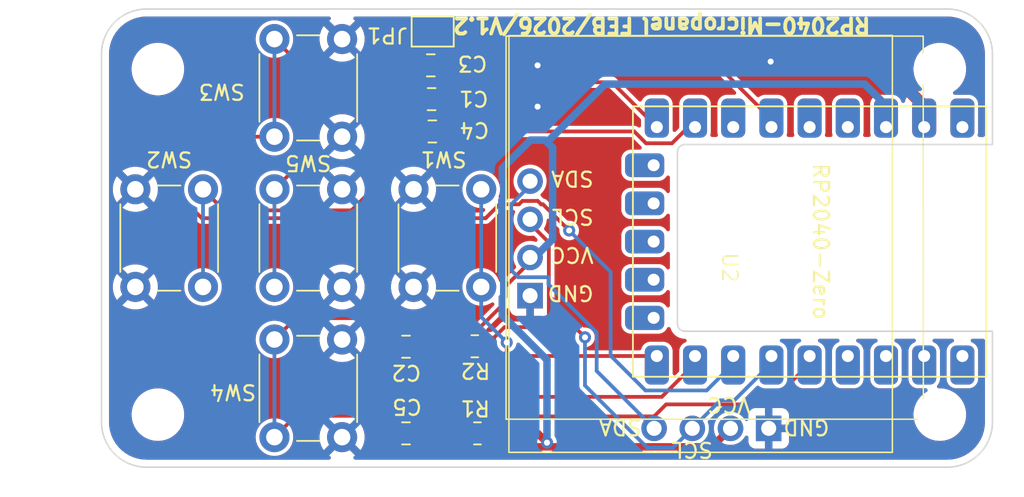
<source format=kicad_pcb>
(kicad_pcb (version 20241229) (generator "pcbnew") (generator_version "9.0")
  (title_block (date "15 nov 2012"))
  (layers (0 "F.Cu" signal "Front") (2 "B.Cu" signal "Back") (13 "F.Paste" user) (15 "B.Paste" user) (5 "F.SilkS" user "F.Silkscreen") (7 "B.SilkS" user "B.Silkscreen") (1 "F.Mask" user) (3 "B.Mask" user) (25 "Edge.Cuts" user))
  (net 0 "")
  (net 1 "GND")
  (net 2 "/GPIO6")
  (net 3 "+5V")
  (net 4 "+3V3")
  (net 5 "/GPIO14")
  (net 7 "/GPIO7")
  (net 8 "/GPIO15")
  (net 10 "/GPIO8")
  (net 13 "/GPIO4{slash}SDA1")
  (net 14 "Net-(JP1-A)")
  (net 16 "/GPIO5{slash}SCL1")
  (footprint "MountingHole:MountingHole_2.7mm_M2.5" (layer "F.Cu") (at 161.5 73.5)
    (property "Reference" "MH2" (hide yes))
    (property "Value" "MountingHole_2.7mm_M2.5" (hide yes))
    (pad "" np_thru_hole circle (at 0 0) (size 3 3) (drill 3) (layers "*.Cu" "*.Mask"))
  )
  (footprint "adav-footprints:ssd1306-module" (layer "F.Cu") (at 146.1541 84.554644 90)
    (property "Reference" "U1" (at 11.251518 15.741659 90) (layer "F.SilkS") (effects (font (thickness 0.1))))
    (property "Value" "SSD1306")
    (fp_line (start 13.25 -13.5) (end 13.25 14.239681) (stroke (width 0.1)) (layer "F.SilkS"))
    (fp_line (start -12.25 -13.5) (end 13.25 -13.5) (stroke (width 0.1)) (layer "F.SilkS"))
    (fp_line (start 13.25003 14.239864) (end -12.25 14.25) (stroke (width 0.1)) (layer "F.SilkS"))
    (fp_line (start -12.25 14.25) (end -12.25 -13.5) (stroke (width 0.1)) (layer "F.SilkS"))
    (fp_text user "SCL" (at 1.816644 -7.586104 180) (layer "F.SilkS") (effects (justify left bottom)))
    (fp_text user "VCC" (at -0.723356 -7.586104 180) (layer "F.SilkS") (effects (justify left bottom)))
    (fp_text user "SDA" (at 4.356644 -7.586104 180) (layer "F.SilkS") (effects (justify left bottom)))
    (fp_text user "GND" (at -3.263356 -7.586104 180) (layer "F.SilkS") (effects (justify left bottom)))
    (pad "1" thru_hole rect (at -4.025356 -11.904104 90) (size 1.7 1.7) (drill 1) (layers "*.Cu" "*.Mask") (net 1 "GND"))
    (pad "2" thru_hole circle (at -1.485356 -11.904104 90) (size 1.7 1.7) (drill 1) (layers "*.Cu" "*.Mask") (net 4 "+3V3"))
    (pad "3" thru_hole circle (at 1.054644 -11.904104 90) (size 1.7 1.7) (drill 1) (layers "*.Cu" "*.Mask") (net 16 "/GPIO5{slash}SCL1"))
    (pad "4" thru_hole circle (at 3.594644 -11.904104 90) (size 1.7 1.7) (drill 1) (layers "*.Cu" "*.Mask") (net 13 "/GPIO4{slash}SDA1"))
  )
  (footprint "Ezra_Parts:R_0805_2012Metric" (layer "F.Cu") (at 130.575 91.95 180)
    (property "Reference" "R2" (at -0.05 -1.625 180) (layer "F.SilkS"))
    (property "Value" "4.7K/1%" (hide yes))
    (fp_line (start -0.227064 0.735) (end 0.227064 0.735) (stroke (width 0.12)) (layer "F.SilkS"))
    (fp_line (start -0.227064 -0.735) (end 0.227064 -0.735) (stroke (width 0.12)) (layer "F.SilkS"))
    (pad "1" smd roundrect (at -0.9125 0 180) (size 1.025 1.4) (layers "F.Cu" "F.Mask" "F.Paste") (roundrect_rratio 0.243902) (net 16 "/GPIO5{slash}SCL1"))
    (pad "2" smd roundrect (at 0.9125 0 180) (size 1.025 1.4) (layers "F.Cu" "F.Mask" "F.Paste") (roundrect_rratio 0.243902) (net 4 "+3V3"))
  )
  (footprint "Jumper:SolderJumper-2_P1.3mm_Open_TrianglePad1.0x1.5mm" (layer "F.Cu") (at 127.775 71)
    (property "Reference" "JP1" (at -3.025 0.25 180) (layer "F.SilkS"))
    (property "Value" "Portrait-Mode")
    (fp_line (start -1.4 -1) (end 1.4 -1) (stroke (width 0.12)) (layer "F.SilkS"))
    (fp_line (start -1.4 1) (end -1.4 -1) (stroke (width 0.12)) (layer "F.SilkS"))
    (fp_line (start 1.4 -1) (end 1.4 1) (stroke (width 0.12)) (layer "F.SilkS"))
    (fp_line (start 1.4 1) (end -1.4 1) (stroke (width 0.12)) (layer "F.SilkS"))
    (pad "1" smd custom (at -0.725 0) (size 0.3 0.3) (layers "F.Cu" "F.Mask") (net 14 "Net-(JP1-A)") (options (clearance outline) (anchor rect)) (primitives (gr_poly (pts (xy 1 0) (xy 0.5 0.75) (xy -0.5 0.75) (xy -0.5 -0.75) (xy 0.5 -0.75)) (width 0) (fill yes))))
    (pad "2" smd custom (at 0.725 0) (size 0.3 0.3) (layers "F.Cu" "F.Mask") (net 1 "GND") (options (clearance outline) (anchor rect)) (primitives (gr_poly (pts (xy 0.5 0.75) (xy -0.65 0.75) (xy -0.15 0) (xy -0.65 -0.75) (xy 0.5 -0.75)) (width 0) (fill yes))))
  )
  (footprint "Ezra_Parts:C_0805_2012Metric" (layer "F.Cu") (at 126 97.75 180)
    (property "Reference" "C5" (at -0.075 1.78 180) (layer "F.SilkS"))
    (property "Value" "0.1uF/50V" (hide yes))
    (fp_line (start -0.261252 0.735) (end 0.261252 0.735) (stroke (width 0.12)) (layer "F.SilkS"))
    (fp_line (start -0.261252 -0.735) (end 0.261252 -0.735) (stroke (width 0.12)) (layer "F.SilkS"))
    (pad "1" smd roundrect (at -0.95 0 180) (size 1 1.45) (layers "F.Cu" "F.Mask" "F.Paste") (net 10 "/GPIO8"))
    (pad "2" smd roundrect (at 0.95 0 180) (size 1 1.45) (layers "F.Cu" "F.Mask" "F.Paste") (net 1 "GND"))
  )
  (footprint "Button_Switch_THT:SW_PUSH_6mm" (layer "F.Cu") (at 117.25 98 90)
    (property "Reference" "SW4" (at 3 -2.75 180) (layer "F.SilkS"))
    (property "Value" "RIGHT" (hide yes))
    (fp_line (start 5.5 -1) (end 1 -1) (stroke (width 0.12)) (layer "F.SilkS"))
    (fp_line (start -0.25 1.5) (end -0.25 3) (stroke (width 0.12)) (layer "F.SilkS"))
    (fp_line (start 6.75 3) (end 6.75 1.5) (stroke (width 0.12)) (layer "F.SilkS"))
    (fp_line (start 1 5.5) (end 5.5 5.5) (stroke (width 0.12)) (layer "F.SilkS"))
    (pad "1" thru_hole circle (at 0 0 180) (size 2 2) (drill 1.1) (layers "*.Cu" "*.Mask") (net 7 "/GPIO7"))
    (pad "1" thru_hole circle (at 6.5 0 180) (size 2 2) (drill 1.1) (layers "*.Cu" "*.Mask") (net 7 "/GPIO7"))
    (pad "2" thru_hole circle (at 0 4.5 180) (size 2 2) (drill 1.1) (layers "*.Cu" "*.Mask") (net 1 "GND"))
    (pad "2" thru_hole circle (at 6.5 4.5 180) (size 2 2) (drill 1.1) (layers "*.Cu" "*.Mask") (net 1 "GND"))
  )
  (footprint "Button_Switch_THT:SW_PUSH_6mm" (layer "F.Cu") (at 117.25 78 90)
    (property "Reference" "SW3" (at 3 -3.5 180) (layer "F.SilkS"))
    (property "Value" "LEFT")
    (fp_line (start 5.5 -1) (end 1 -1) (stroke (width 0.12)) (layer "F.SilkS"))
    (fp_line (start -0.25 1.5) (end -0.25 3) (stroke (width 0.12)) (layer "F.SilkS"))
    (fp_line (start 6.75 3) (end 6.75 1.5) (stroke (width 0.12)) (layer "F.SilkS"))
    (fp_line (start 1 5.5) (end 5.5 5.5) (stroke (width 0.12)) (layer "F.SilkS"))
    (pad "1" thru_hole circle (at 0 0 180) (size 2 2) (drill 1.1) (layers "*.Cu" "*.Mask") (net 2 "/GPIO6"))
    (pad "1" thru_hole circle (at 6.5 0 180) (size 2 2) (drill 1.1) (layers "*.Cu" "*.Mask") (net 2 "/GPIO6"))
    (pad "2" thru_hole circle (at 0 4.5 180) (size 2 2) (drill 1.1) (layers "*.Cu" "*.Mask") (net 1 "GND"))
    (pad "2" thru_hole circle (at 6.5 4.5 180) (size 2 2) (drill 1.1) (layers "*.Cu" "*.Mask") (net 1 "GND"))
  )
  (footprint "Button_Switch_THT:SW_PUSH_6mm" (layer "F.Cu") (at 131 81.5 -90)
    (property "Reference" "SW1" (at -2 2.5 180) (layer "F.SilkS"))
    (property "Value" "UP" (hide yes))
    (fp_line (start 1 5.5) (end 5.5 5.5) (stroke (width 0.12)) (layer "F.SilkS"))
    (fp_line (start 6.75 3) (end 6.75 1.5) (stroke (width 0.12)) (layer "F.SilkS"))
    (fp_line (start -0.25 1.5) (end -0.25 3) (stroke (width 0.12)) (layer "F.SilkS"))
    (fp_line (start 5.5 -1) (end 1 -1) (stroke (width 0.12)) (layer "F.SilkS"))
    (pad "1" thru_hole circle (at 0 0) (size 2 2) (drill 1.1) (layers "*.Cu" "*.Mask") (net 10 "/GPIO8"))
    (pad "1" thru_hole circle (at 6.5 0) (size 2 2) (drill 1.1) (layers "*.Cu" "*.Mask") (net 10 "/GPIO8"))
    (pad "2" thru_hole circle (at 0 4.5) (size 2 2) (drill 1.1) (layers "*.Cu" "*.Mask") (net 1 "GND"))
    (pad "2" thru_hole circle (at 6.5 4.5) (size 2 2) (drill 1.1) (layers "*.Cu" "*.Mask") (net 1 "GND"))
  )
  (footprint "MountingHole:MountingHole_2.7mm_M2.5" (layer "F.Cu") (at 109.5 96.5)
    (property "Reference" "MH3" (hide yes))
    (property "Value" "MountingHole_2.7mm_M2.5" (hide yes))
    (pad "" np_thru_hole circle (at 0 0) (size 3 3) (drill 3) (layers "*.Cu" "*.Mask"))
  )
  (footprint "MountingHole:MountingHole_2.7mm_M2.5" (layer "F.Cu") (at 109.5 73.5)
    (property "Reference" "MH1" (hide yes))
    (property "Value" "MountingHole_2.7mm_M2.5" (hide yes))
    (pad "" np_thru_hole circle (at 0 0) (size 3 3) (drill 3) (layers "*.Cu" "*.Mask"))
  )
  (footprint "adav-footprints:ssd1306-module" (layer "F.Cu") (at 146.0946 85.5117 180)
    (property "Reference" "U2" (at -1.438482 -1.188341 270) (layer "F.SilkS") (effects (font (thickness 0.1))))
    (property "Value" "SSD1306")
    (fp_line (start 13.25003 14.239864) (end -12.25 14.25) (stroke (width 0.1)) (layer "F.SilkS"))
    (fp_line (start 13.25 -13.5) (end 13.25 14.239681) (stroke (width 0.1)) (layer "F.SilkS"))
    (fp_line (start -12.25 14.25) (end -12.25 -13.5) (stroke (width 0.1)) (layer "F.SilkS"))
    (fp_line (start -12.25 -13.5) (end 13.25 -13.5) (stroke (width 0.1)) (layer "F.SilkS"))
    (fp_text user "VCC" (at -2.9054 -9.7383 180) (layer "F.SilkS") (effects (justify left bottom)))
    (fp_text user "SDA" (at 4.3446 -11.2383 180) (layer "F.SilkS") (effects (justify left bottom)))
    (fp_text user "GND" (at -8.1554 -11.2383 180) (layer "F.SilkS") (effects (justify left bottom)))
    (pad "1" thru_hole rect (at -4.025356 -11.904104 180) (size 1.7 1.7) (drill 1) (layers "*.Cu" "*.Mask") (net 1 "GND"))
    (pad "2" thru_hole circle (at -1.485356 -11.904104 180) (size 1.7 1.7) (drill 1) (layers "*.Cu" "*.Mask") (net 4 "+3V3"))
    (pad "3" thru_hole circle (at 1.054644 -11.904104 180) (size 1.7 1.7) (drill 1) (layers "*.Cu" "*.Mask") (net 16 "/GPIO5{slash}SCL1"))
    (pad "4" thru_hole circle (at 3.594644 -11.904104 180) (size 1.7 1.7) (drill 1) (layers "*.Cu" "*.Mask") (net 13 "/GPIO4{slash}SDA1"))
  )
  (footprint "adav-footprints:RP2040-Zero" (layer "F.Cu") (at 140.14 74.82 -90)
    (property "Reference" "RZ1")
    (property "Value" "RP2040-Zero" (at 10.16 -13.45 270) (layer "F.SilkS"))
    (fp_line (start 1.16 -0.95) (end 19.16 -0.95) (stroke (width 0.12)) (layer "F.SilkS"))
    (fp_line (start 19.16 -0.95) (end 19.16 -24.45) (stroke (width 0.12)) (layer "F.SilkS"))
    (fp_line (start 1.16 -24.45) (end 1.16 -0.95) (stroke (width 0.12)) (layer "F.SilkS"))
    (fp_line (start 19.16 -24.45) (end 1.16 -24.45) (stroke (width 0.12)) (layer "F.SilkS"))
    (pad "1" thru_hole roundrect (at 17.78 -22.86 270) (size 2.6 1.6) (drill 0.8 (offset 0.6 0)) (layers "*.Cu" "*.Mask"))
    (pad "2" thru_hole roundrect (at 17.78 -20.32 270) (size 2.6 1.6) (drill 0.8 (offset 0.6 0)) (layers "*.Cu" "*.Mask"))
    (pad "3" thru_hole roundrect (at 17.78 -17.78 270) (size 2.6 1.6) (drill 0.8 (offset 0.6 0)) (layers "*.Cu" "*.Mask"))
    (pad "4" thru_hole roundrect (at 17.78 -15.24 270) (size 2.6 1.6) (drill 0.8 (offset 0.6 0)) (layers "*.Cu" "*.Mask"))
    (pad "5" thru_hole roundrect (at 17.78 -12.7 270) (size 2.6 1.6) (drill 0.8 (offset 0.6 0)) (layers "*.Cu" "*.Mask") (net 13 "/GPIO4{slash}SDA1"))
    (pad "6" thru_hole roundrect (at 17.78 -10.16 270) (size 2.6 1.6002) (drill 0.8 (offset 0.6 0)) (layers "*.Cu" "*.Mask") (net 16 "/GPIO5{slash}SCL1"))
    (pad "7" thru_hole roundrect (at 17.78 -7.62 270) (size 2.6 1.6002) (drill 0.8 (offset 0.6 0)) (layers "*.Cu" "*.Mask") (net 2 "/GPIO6"))
    (pad "8" thru_hole roundrect (at 17.78 -5.08 270) (size 2.6 1.6002) (drill 0.8 (offset 0.6 0)) (layers "*.Cu" "*.Mask") (net 7 "/GPIO7"))
    (pad "9" thru_hole roundrect (at 17.78 -2.54 270) (size 2.6 1.6002) (drill 0.8 (offset 0.6 0)) (layers "*.Cu" "*.Mask") (net 10 "/GPIO8"))
    (pad "10" thru_hole roundrect (at 15.24 -2.33 270) (size 1.6 2.6) (drill 0.8 (offset 0 0.6)) (layers "*.Cu" "*.Mask"))
    (pad "11" thru_hole roundrect (at 12.7 -2.33 270) (size 1.5748 2.6) (drill 0.8 (offset 0 0.6)) (layers "*.Cu" "*.Mask"))
    (pad "12" thru_hole roundrect (at 10.16 -2.33 270) (size 1.5748 2.6) (drill 0.8 (offset 0 0.6)) (layers "*.Cu" "*.Mask"))
    (pad "13" thru_hole roundrect (at 7.62 -2.33 270) (size 1.5748 2.6) (drill 0.8 (offset 0 0.6)) (layers "*.Cu" "*.Mask"))
    (pad "14" thru_hole roundrect (at 5.08 -2.33 270) (size 1.5748 2.6) (drill 0.8 (offset 0 0.6)) (layers "*.Cu" "*.Mask"))
    (pad "15" thru_hole roundrect (at 2.54 -2.54 270) (size 2.6 1.6002) (drill 0.8 (offset -0.6 0)) (layers "*.Cu" "*.Mask") (net 5 "/GPIO14"))
    (pad "16" thru_hole roundrect (at 2.54 -5.08 270) (size 2.6 1.6002) (drill 0.8 (offset -0.6 0)) (layers "*.Cu" "*.Mask") (net 8 "/GPIO15"))
    (pad "17" thru_hole roundrect (at 2.54 -7.62 270) (size 2.6 1.6002) (drill 0.8 (offset -0.6 0)) (layers "*.Cu" "*.Mask"))
    (pad "18" thru_hole roundrect (at 2.54 -10.16 270) (size 2.6 1.6002) (drill 0.8 (offset -0.6 0)) (layers "*.Cu" "*.Mask") (net 14 "Net-(JP1-A)"))
    (pad "19" thru_hole roundrect (at 2.54 -12.7 270) (size 2.6 1.6002) (drill 0.8 (offset -0.6 0)) (layers "*.Cu" "*.Mask"))
    (pad "20" thru_hole roundrect (at 2.54 -15.24 270) (size 2.6 1.6002) (drill 0.8 (offset -0.6 0)) (layers "*.Cu" "*.Mask"))
    (pad "21" thru_hole roundrect (at 2.54 -17.78 270) (size 2.6 1.6002) (drill 0.8 (offset -0.6 0)) (layers "*.Cu" "*.Mask") (net 4 "+3V3"))
    (pad "22" thru_hole roundrect (at 2.54 -20.32 270) (size 2.6 1.6002) (drill 0.8 (offset -0.6 0)) (layers "*.Cu" "*.Mask") (net 1 "GND"))
    (pad "23" thru_hole roundrect (at 2.54 -22.86 270) (size 2.6 1.6002) (drill 0.8 (offset -0.6 0)) (layers "*.Cu" "*.Mask") (net 3 "+5V"))
  )
  (footprint "MountingHole:MountingHole_2.7mm_M2.5" (layer "F.Cu") (at 161.5 96.5)
    (property "Reference" "MH4" (hide yes))
    (property "Value" "MountingHole_2.7mm_M2.5" (hide yes))
    (pad "" np_thru_hole circle (at 0 0) (size 3 3) (drill 3) (layers "*.Cu" "*.Mask"))
  )
  (footprint "Ezra_Parts:R_0805_2012Metric" (layer "F.Cu") (at 130.75 97.75)
    (property "Reference" "R1" (at -0.15 -1.675 180) (layer "F.SilkS"))
    (property "Value" "4.7K/1%" (hide yes))
    (fp_line (start -0.227064 -0.735) (end 0.227064 -0.735) (stroke (width 0.12)) (layer "F.SilkS"))
    (fp_line (start -0.227064 0.735) (end 0.227064 0.735) (stroke (width 0.12)) (layer "F.SilkS"))
    (pad "1" smd roundrect (at -0.9125 0) (size 1.025 1.4) (layers "F.Cu" "F.Mask" "F.Paste") (roundrect_rratio 0.243902) (net 13 "/GPIO4{slash}SDA1"))
    (pad "2" smd roundrect (at 0.9125 0) (size 1.025 1.4) (layers "F.Cu" "F.Mask" "F.Paste") (roundrect_rratio 0.243902) (net 4 "+3V3"))
  )
  (footprint "Button_Switch_THT:SW_PUSH_6mm" (layer "F.Cu") (at 117.25 88 90)
    (property "Reference" "SW5" (at 8.25 2.25 180) (layer "F.SilkS"))
    (property "Value" "ENTER" (hide yes))
    (fp_line (start 5.5 -1) (end 1 -1) (stroke (width 0.12)) (layer "F.SilkS"))
    (fp_line (start -0.25 1.5) (end -0.25 3) (stroke (width 0.12)) (layer "F.SilkS"))
    (fp_line (start 6.75 3) (end 6.75 1.5) (stroke (width 0.12)) (layer "F.SilkS"))
    (fp_line (start 1 5.5) (end 5.5 5.5) (stroke (width 0.12)) (layer "F.SilkS"))
    (pad "1" thru_hole circle (at 0 0 180) (size 2 2) (drill 1.1) (layers "*.Cu" "*.Mask") (net 5 "/GPIO14"))
    (pad "1" thru_hole circle (at 6.5 0 180) (size 2 2) (drill 1.1) (layers "*.Cu" "*.Mask") (net 5 "/GPIO14"))
    (pad "2" thru_hole circle (at 0 4.5 180) (size 2 2) (drill 1.1) (layers "*.Cu" "*.Mask") (net 1 "GND"))
    (pad "2" thru_hole circle (at 6.5 4.5 180) (size 2 2) (drill 1.1) (layers "*.Cu" "*.Mask") (net 1 "GND"))
  )
  (footprint "Ezra_Parts:C_0805_2012Metric" (layer "F.Cu") (at 127.7 75.5)
    (property "Reference" "C1" (at 2.8 -0.0375 180) (layer "F.SilkS"))
    (property "Value" "0.1uF/50V" (hide yes))
    (fp_line (start -0.261252 -0.735) (end 0.261252 -0.735) (stroke (width 0.12)) (layer "F.SilkS"))
    (fp_line (start -0.261252 0.735) (end 0.261252 0.735) (stroke (width 0.12)) (layer "F.SilkS"))
    (pad "1" smd roundrect (at -0.95 0) (size 1 1.45) (layers "F.Cu" "F.Mask" "F.Paste") (net 5 "/GPIO14"))
    (pad "2" smd roundrect (at 0.95 0) (size 1 1.45) (layers "F.Cu" "F.Mask" "F.Paste") (net 1 "GND"))
  )
  (footprint "Ezra_Parts:C_0805_2012Metric" (layer "F.Cu") (at 127.65 73.25)
    (property "Reference" "C3" (at 2.775 -0.125 180) (layer "F.SilkS"))
    (property "Value" "0.1uF/50V" (hide yes))
    (fp_line (start -0.261252 -0.735) (end 0.261252 -0.735) (stroke (width 0.12)) (layer "F.SilkS"))
    (fp_line (start -0.261252 0.735) (end 0.261252 0.735) (stroke (width 0.12)) (layer "F.SilkS"))
    (pad "1" smd roundrect (at -0.95 0) (size 1 1.45) (layers "F.Cu" "F.Mask" "F.Paste") (net 2 "/GPIO6"))
    (pad "2" smd roundrect (at 0.95 0) (size 1 1.45) (layers "F.Cu" "F.Mask" "F.Paste") (net 1 "GND"))
  )
  (footprint "Ezra_Parts:C_0805_2012Metric" (layer "F.Cu") (at 126 91.98)
    (property "Reference" "C2" (at 0.025 1.725 180) (layer "F.SilkS"))
    (property "Value" "0.1uF/50V" (hide yes))
    (fp_line (start -0.261252 -0.735) (end 0.261252 -0.735) (stroke (width 0.12)) (layer "F.SilkS"))
    (fp_line (start -0.261252 0.735) (end 0.261252 0.735) (stroke (width 0.12)) (layer "F.SilkS"))
    (pad "1" smd roundrect (at -0.95 0) (size 1 1.45) (layers "F.Cu" "F.Mask" "F.Paste") (net 7 "/GPIO7"))
    (pad "2" smd roundrect (at 0.95 0) (size 1 1.45) (layers "F.Cu" "F.Mask" "F.Paste") (net 1 "GND"))
  )
  (footprint "Ezra_Parts:C_0805_2012Metric" (layer "F.Cu") (at 127.75 77.65 180)
    (property "Reference" "C4" (at -2.8 0.1 180) (layer "F.SilkS"))
    (property "Value" "0.1uF/50V" (hide yes))
    (fp_line (start -0.261252 0.735) (end 0.261252 0.735) (stroke (width 0.12)) (layer "F.SilkS"))
    (fp_line (start -0.261252 -0.735) (end 0.261252 -0.735) (stroke (width 0.12)) (layer "F.SilkS"))
    (pad "1" smd roundrect (at -0.95 0 180) (size 1 1.45) (layers "F.Cu" "F.Mask" "F.Paste") (net 8 "/GPIO15"))
    (pad "2" smd roundrect (at 0.95 0 180) (size 1 1.45) (layers "F.Cu" "F.Mask" "F.Paste") (net 1 "GND"))
  )
  (footprint "Button_Switch_THT:SW_PUSH_6mm" (layer "F.Cu") (at 112.5 81.5 -90)
    (property "Reference" "SW2" (at -2 2.25 180) (layer "F.SilkS"))
    (property "Value" "DOWN" (hide yes))
    (fp_line (start 1 5.5) (end 5.5 5.5) (stroke (width 0.12)) (layer "F.SilkS"))
    (fp_line (start 6.75 3) (end 6.75 1.5) (stroke (width 0.12)) (layer "F.SilkS"))
    (fp_line (start -0.25 1.5) (end -0.25 3) (stroke (width 0.12)) (layer "F.SilkS"))
    (fp_line (start 5.5 -1) (end 1 -1) (stroke (width 0.12)) (layer "F.SilkS"))
    (pad "1" thru_hole circle (at 0 0) (size 2 2) (drill 1.1) (layers "*.Cu" "*.Mask") (net 8 "/GPIO15"))
    (pad "1" thru_hole circle (at 6.5 0) (size 2 2) (drill 1.1) (layers "*.Cu" "*.Mask") (net 8 "/GPIO15"))
    (pad "2" thru_hole circle (at 0 4.5) (size 2 2) (drill 1.1) (layers "*.Cu" "*.Mask") (net 1 "GND"))
    (pad "2" thru_hole circle (at 6.5 4.5) (size 2 2) (drill 1.1) (layers "*.Cu" "*.Mask") (net 1 "GND"))
  )
  (gr_arc (start 162 69.5) (mid 164.12132 70.37868) (end 165 72.5) (stroke (width 0.1)) (layer "Edge.Cuts"))
  (gr_line (start 144.05 79.02) (end 144.05 90.45) (stroke (width 0.1)) (layer "Edge.Cuts"))
  (gr_line (start 165 97) (end 165 90.95) (stroke (width 0.1)) (layer "Edge.Cuts"))
  (gr_line (start 165 78.52) (end 144.55 78.52) (stroke (width 0.1)) (layer "Edge.Cuts"))
  (gr_arc (start 144.05 79.02) (mid 144.196447 78.666447) (end 144.55 78.52) (stroke (width 0.1)) (layer "Edge.Cuts"))
  (gr_line (start 105.75 72.5) (end 105.75 97) (stroke (width 0.1)) (layer "Edge.Cuts"))
  (gr_arc (start 108.75 100) (mid 106.62868 99.12132) (end 105.75 97) (stroke (width 0.1)) (layer "Edge.Cuts"))
  (gr_line (start 108.75 100) (end 162 100) (stroke (width 0.1)) (layer "Edge.Cuts"))
  (gr_line (start 144.55 90.95) (end 165 90.95) (stroke (width 0.1)) (layer "Edge.Cuts"))
  (gr_line (start 165 78.52) (end 165 72.5) (stroke (width 0.1)) (layer "Edge.Cuts"))
  (gr_arc (start 165 97) (mid 164.12132 99.12132) (end 162 100) (stroke (width 0.1)) (layer "Edge.Cuts"))
  (gr_arc (start 144.55 90.95) (mid 144.196447 90.803553) (end 144.05 90.45) (stroke (width 0.1)) (layer "Edge.Cuts"))
  (gr_arc (start 105.75 72.5) (mid 106.62868 70.37868) (end 108.75 69.5) (stroke (width 0.1)) (layer "Edge.Cuts"))
  (gr_line (start 162 69.5) (end 108.75 69.5) (stroke (width 0.1)) (layer "Edge.Cuts"))
  (gr_text "FEB/2026/V1.2" (at 141.25 70 180) (layer "F.SilkS") (effects (font (size 1 1) (thickness 0.25) (bold yes)) (justify left bottom)))
  (gr_text "SCL" (at 146.5 98.25 180) (layer "F.SilkS") (effects (font (size 1 1)) (justify left bottom)))
  (gr_text "RP2040-Micropanel" (at 157 70 180) (layer "F.SilkS") (effects (font (size 1 1) (thickness 0.25) (bold yes)) (justify left bottom)))
  (segment (start 160.46 77.36) (end 160.46 75.96) (width 0.25) (layer "F.Cu") (net 1))
  (segment (start 160.46 75.96) (end 158.5 74) (width 0.8) (layer "F.Cu") (net 1))
  (via (at 134.75 76) (size 0.8) (drill 0.4) (layers "F.Cu" "B.Cu") (net 1))
  (via (at 150.25 73) (size 0.8) (drill 0.4) (layers "F.Cu" "B.Cu") (net 1))
  (via (at 134.75 73.25) (size 0.8) (drill 0.4) (layers "F.Cu" "B.Cu") (net 1))
  (segment (start 160.46 75.96) (end 159 74.5) (width 0.7) (layer "B.Cu") (net 1))
  (segment (start 160.46 77.36) (end 160.46 75.96) (width 0.25) (layer "B.Cu") (net 1))
  (segment (start 111.0823 82.0882) (end 111.0823 80.918) (width 0.25) (layer "F.Cu") (net 2))
  (segment (start 119 73.25) (end 117.25 71.5) (width 0.25) (layer "F.Cu") (net 2))
  (segment (start 134.983822 82.5) (end 134.757822 82.274) (width 0.25) (layer "F.Cu") (net 2))
  (segment (start 111.0823 80.918) (end 114.0003 78) (width 0.25) (layer "F.Cu") (net 2))
  (segment (start 133.74217 82.274) (end 133.51617 82.5) (width 0.25) (layer "F.Cu") (net 2))
  (segment (start 126.7 73.25) (end 119 73.25) (width 0.25) (layer "F.Cu") (net 2))
  (segment (start 114.0003 78) (end 117.25 78) (width 0.25) (layer "F.Cu") (net 2))
  (segment (start 135.1072 82.5) (end 134.983822 82.5) (width 0.25) (layer "F.Cu") (net 2))
  (segment (start 133.51617 82.5) (end 132.2195 82.5) (width 0.25) (layer "F.Cu") (net 2))
  (segment (start 134.757822 82.274) (end 133.74217 82.274) (width 0.25) (layer "F.Cu") (net 2))
  (segment (start 112.4189 83.4248) (end 111.0823 82.0882) (width 0.25) (layer "F.Cu") (net 2))
  (segment (start 131.2947 83.4248) (end 112.4189 83.4248) (width 0.25) (layer "F.Cu") (net 2))
  (segment (start 136.8508 84.2436) (end 135.1072 82.5) (width 0.25) (layer "F.Cu") (net 2))
  (segment (start 132.2195 82.5) (end 131.2947 83.4248) (width 0.25) (layer "F.Cu") (net 2))
  (via (at 136.8508 84.2436) (size 0.8) (drill 0.4) (layers "F.Cu" "B.Cu") (net 2))
  (segment (start 145.9937 94.8911) (end 141.9249 94.8911) (width 0.25) (layer "B.Cu") (net 2))
  (segment (start 139.6062 92.5724) (end 139.6062 86.999) (width 0.25) (layer "B.Cu") (net 2))
  (segment (start 147.76 93.1248) (end 145.9937 94.8911) (width 0.25) (layer "B.Cu") (net 2))
  (segment (start 141.9249 94.8911) (end 139.6062 92.5724) (width 0.25) (layer "B.Cu") (net 2))
  (segment (start 139.6062 86.999) (end 136.8508 84.2436) (width 0.25) (layer "B.Cu") (net 2))
  (segment (start 117.25 71.5) (end 117.25 78) (width 0.25) (layer "B.Cu") (net 2))
  (segment (start 147.76 92.6) (end 147.76 93.1248) (width 0.25) (layer "B.Cu") (net 2))
  (segment (start 134.7593 97.75) (end 131.6625 97.75) (width 0.5) (layer "F.Cu") (net 4))
  (segment (start 131.6625 97.75) (end 132.5599 98.6474) (width 0.5) (layer "F.Cu") (net 4))
  (segment (start 146.3484 98.6474) (end 147.58 97.4158) (width 0.5) (layer "F.Cu") (net 4))
  (segment (start 132.5216 88.0584) (end 132.5216 89.0909) (width 0.25) (layer "F.Cu") (net 4))
  (segment (start 132.5216 89.0909) (end 129.6625 91.95) (width 0.25) (layer "F.Cu") (net 4))
  (segment (start 134.25 86.33) (end 132.5216 88.0584) (width 0.25) (layer "F.Cu") (net 4))
  (segment (start 132.5599 98.6474) (end 146.3484 98.6474) (width 0.5) (layer "F.Cu") (net 4))
  (segment (start 135.3755 98.3662) (end 134.7593 97.75) (width 0.5) (layer "F.Cu") (net 4))
  (via (at 135.3755 98.3662) (size 0.8) (drill 0.4) (layers "F.Cu" "B.Cu") (net 4))
  (segment (start 132.374 82.240702) (end 132.374 87.149198) (width 0.5) (layer "B.Cu") (net 4))
  (segment (start 135.24767 78.2285) (end 134.2715 78.2285) (width 0.5) (layer "B.Cu") (net 4))
  (segment (start 135.75 84.83) (end 134.25 86.33) (width 0.5) (layer "B.Cu") (net 4))
  (segment (start 156.5 74.5) (end 139.25 74.5) (width 0.5) (layer "B.Cu") (net 4))
  (segment (start 132.4021 87.177298) (end 132.4021 87.279365) (width 0.5) (layer "B.Cu") (net 4))
  (segment (start 134.2715 78.2285) (end 132.4021 80.0979) (width 0.5) (layer "B.Cu") (net 4))
  (segment (start 135.75 78.73083) (end 135.75 84.83) (width 0.5) (layer "B.Cu") (net 4))
  (segment (start 132.4021 89.8798) (end 135.3755 92.8532) (width 0.5) (layer "B.Cu") (net 4))
  (segment (start 132.501 88.621735) (end 132.4021 88.720635) (width 0.5) (layer "B.Cu") (net 4))
  (segment (start 132.501 82.113702) (end 132.374 82.240702) (width 0.5) (layer "B.Cu") (net 4))
  (segment (start 132.501 87.378265) (end 132.501 88.621735) (width 0.5) (layer "B.Cu") (net 4))
  (segment (start 157.92 75.92) (end 156.5 74.5) (width 0.5) (layer "B.Cu") (net 4))
  (segment (start 139.25 74.5) (end 135.5215 78.2285) (width 0.5) (layer "B.Cu") (net 4))
  (segment (start 135.24767 78.2285) (end 135.75 78.73083) (width 0.5) (layer "B.Cu") (net 4))
  (segment (start 135.3755 92.8532) (end 135.3755 98.3662) (width 0.5) (layer "B.Cu") (net 4))
  (segment (start 135.5215 78.2285) (end 135.24767 78.2285) (width 0.25) (layer "B.Cu") (net 4))
  (segment (start 132.4021 80.0979) (end 132.4021 80.779365) (width 0.5) (layer "B.Cu") (net 4))
  (segment (start 132.374 87.149198) (end 132.4021 87.177298) (width 0.5) (layer "B.Cu") (net 4))
  (segment (start 132.501 80.878265) (end 132.501 82.113702) (width 0.5) (layer "B.Cu") (net 4))
  (segment (start 132.4021 80.779365) (end 132.501 80.878265) (width 0.5) (layer "B.Cu") (net 4))
  (segment (start 157.92 77.36) (end 157.92 75.92) (width 0.25) (layer "B.Cu") (net 4))
  (segment (start 132.4021 88.720635) (end 132.4021 89.8798) (width 0.5) (layer "B.Cu") (net 4))
  (segment (start 132.4021 87.279365) (end 132.501 87.378265) (width 0.5) (layer "B.Cu") (net 4))
  (segment (start 127.875 74.375) (end 126.75 75.5) (width 0.25) (layer "F.Cu") (net 5))
  (segment (start 122.5 79.75) (end 126.75 75.5) (width 0.25) (layer "F.Cu") (net 5))
  (segment (start 119 79.75) (end 122.5 79.75) (width 0.25) (layer "F.Cu") (net 5))
  (segment (start 139.695 74.375) (end 127.875 74.375) (width 0.25) (layer "F.Cu") (net 5))
  (segment (start 142.68 77.36) (end 139.695 74.375) (width 0.25) (layer "F.Cu") (net 5))
  (segment (start 117.25 81.5) (end 119 79.75) (width 0.25) (layer "F.Cu") (net 5))
  (segment (start 117.25 81.5) (end 117.25 88) (width 0.25) (layer "B.Cu") (net 5))
  (segment (start 126.0534 97.1009) (end 125.5302 96.5777) (width 0.25) (layer "F.Cu") (net 7))
  (segment (start 143.0094 95.319) (end 130.5836 95.319) (width 0.25) (layer "F.Cu") (net 7))
  (segment (start 128.0403 97.8623) (end 128.0403 98.3031) (width 0.25) (layer "F.Cu") (net 7))
  (segment (start 145.22 93.1084) (end 143.0094 95.319) (width 0.25) (layer "F.Cu") (net 7))
  (segment (start 126.4275 98.8703) (end 126.0534 98.4962) (width 0.25) (layer "F.Cu") (net 7))
  (segment (start 123.1481 90.0781) (end 118.6719 90.0781) (width 0.25) (layer "F.Cu") (net 7))
  (segment (start 126.0534 98.4962) (end 126.0534 97.1009) (width 0.25) (layer "F.Cu") (net 7))
  (segment (start 128.0403 98.3031) (end 127.4731 98.8703) (width 0.25) (layer "F.Cu") (net 7))
  (segment (start 125.05 91.98) (end 123.1481 90.0781) (width 0.25) (layer "F.Cu") (net 7))
  (segment (start 145.22 92.6) (end 145.22 93.1084) (width 0.25) (layer "F.Cu") (net 7))
  (segment (start 125.5302 96.5777) (end 118.6723 96.5777) (width 0.25) (layer "F.Cu") (net 7))
  (segment (start 130.5836 95.319) (end 128.0403 97.8623) (width 0.25) (layer "F.Cu") (net 7))
  (segment (start 127.4731 98.8703) (end 126.4275 98.8703) (width 0.25) (layer "F.Cu") (net 7))
  (segment (start 118.6719 90.0781) (end 117.25 91.5) (width 0.25) (layer "F.Cu") (net 7))
  (segment (start 118.6723 96.5777) (end 117.25 98) (width 0.25) (layer "F.Cu") (net 7))
  (segment (start 117.25 98) (end 117.25 91.5) (width 0.25) (layer "B.Cu") (net 7))
  (segment (start 141.1765 77.6501) (end 141.9646 78.4382) (width 0.25) (layer "F.Cu") (net 8))
  (segment (start 122.3734 82.9041) (end 125.7198 79.5577) (width 0.25) (layer "F.Cu") (net 8))
  (segment (start 128.7 77.65) (end 141.1765 77.65) (width 0.25) (layer "F.Cu") (net 8))
  (segment (start 144.7663 77.36) (end 145.22 77.36) (width 0.25) (layer "F.Cu") (net 8))
  (segment (start 112.5 81.5) (end 113.9041 82.9041) (width 0.25) (layer "F.Cu") (net 8))
  (segment (start 143.6881 78.4382) (end 144.7663 77.36) (width 0.25) (layer "F.Cu") (net 8))
  (segment (start 122.3734 82.9041) (end 113.9041 82.9041) (width 0.25) (layer "F.Cu") (net 8))
  (segment (start 141.9646 78.4382) (end 143.6881 78.4382) (width 0.25) (layer "F.Cu") (net 8))
  (segment (start 141.1765 77.65) (end 141.1765 77.6501) (width 0.25) (layer "F.Cu") (net 8))
  (segment (start 126.7923 79.5577) (end 128.7 77.65) (width 0.25) (layer "F.Cu") (net 8))
  (segment (start 125.7198 79.5577) (end 126.7923 79.5577) (width 0.25) (layer "F.Cu") (net 8))
  (segment (start 112.5 81.5) (end 112.5 88) (width 0.25) (layer "B.Cu") (net 8))
  (segment (start 127.2875 97.75) (end 126.95 97.75) (width 0.25) (layer "F.Cu") (net 10))
  (segment (start 132.6974 92.338) (end 132.6974 92.34) (width 0.25) (layer "F.Cu") (net 10))
  (segment (start 132.6974 92.34) (end 132.6974 92.3401) (width 0.25) (layer "F.Cu") (net 10))
  (segment (start 132.9573 92.6) (end 132.6974 92.3401) (width 0.25) (layer "F.Cu") (net 10))
  (segment (start 142.68 92.6) (end 132.9573 92.6) (width 0.25) (layer "F.Cu") (net 10))
  (segment (start 132.6974 92.338) (end 132.6974 91.6964) (width 0.25) (layer "F.Cu") (net 10))
  (segment (start 132.6974 92.3401) (end 127.2875 97.75) (width 0.25) (layer "F.Cu") (net 10))
  (via (at 132.6974 91.6964) (size 0.8) (drill 0.4) (layers "F.Cu" "B.Cu") (net 10))
  (segment (start 131 89.999) (end 132.6974 91.6964) (width 0.25) (layer "B.Cu") (net 10))
  (segment (start 131 88) (end 131 89.999) (width 0.25) (layer "B.Cu") (net 10))
  (segment (start 131 81.5) (end 131 88) (width 0.25) (layer "B.Cu") (net 10))
  (segment (start 142.5 96.6175) (end 143.2983 95.8192) (width 0.25) (layer "F.Cu") (net 13))
  (segment (start 142.5 96.6175) (end 130.97 96.6175) (width 0.25) (layer "F.Cu") (net 13))
  (segment (start 130.97 96.6175) (end 129.8375 97.75) (width 0.25) (layer "F.Cu") (net 13))
  (segment (start 152.84 93.098) (end 152.84 92.6) (width 0.25) (layer "F.Cu") (net 13))
  (segment (start 150.1188 95.8192) (end 152.84 93.098) (width 0.25) (layer "F.Cu") (net 13))
  (segment (start 143.2983 95.8192) (end 150.1188 95.8192) (width 0.25) (layer "F.Cu") (net 13))
  (segment (start 142.5 96.6175) (end 142.5 97.4158) (width 0.25) (layer "F.Cu") (net 13))
  (segment (start 133.4641 87.354) (end 133 86.8899) (width 0.25) (layer "B.Cu") (net 13))
  (segment (start 135.475996 87.829996) (end 135.475996 87.354) (width 0.25) (layer "B.Cu") (net 13))
  (segment (start 138.6791 91.0331) (end 135.475996 87.829996) (width 0.25) (layer "B.Cu") (net 13))
  (segment (start 138.6791 93.5949) (end 138.6791 91.0331) (width 0.25) (layer "B.Cu") (net 13))
  (segment (start 133 86.8899) (end 133 82.5) (width 0.25) (layer "B.Cu") (net 13))
  (segment (start 133 82.5) (end 134.25 81.25) (width 0.25) (layer "B.Cu") (net 13))
  (segment (start 142.5 97.4158) (end 138.6791 93.5949) (width 0.25) (layer "B.Cu") (net 13))
  (segment (start 135.475996 87.354) (end 133.4641 87.354) (width 0.25) (layer "B.Cu") (net 13))
  (segment (start 145.5982 72.1371) (end 127.6441 72.1371) (width 0.25) (layer "F.Cu") (net 14))
  (segment (start 127.05 71.543) (end 127.05 71) (width 0.25) (layer "F.Cu") (net 14))
  (segment (start 150.3 77.36) (end 150.3 76.8389) (width 0.25) (layer "F.Cu") (net 14))
  (segment (start 150.3 76.8389) (end 145.5982 72.1371) (width 0.25) (layer "F.Cu") (net 14))
  (segment (start 127.6441 72.1371) (end 127.05 71.543) (width 0.25) (layer "F.Cu") (net 14))
  (segment (start 137.2269 90.6794) (end 135.4981 90.6794) (width 0.25) (layer "F.Cu") (net 16))
  (segment (start 134.25 83.79) (end 135.4981 85.0381) (width 0.25) (layer "F.Cu") (net 16))
  (segment (start 132.5491 90.6794) (end 131.4875 91.741) (width 0.25) (layer "F.Cu") (net 16))
  (segment (start 135.4981 90.6794) (end 132.5491 90.6794) (width 0.25) (layer "F.Cu") (net 16))
  (segment (start 137.9024 91.3549) (end 137.2269 90.6794) (width 0.25) (layer "F.Cu") (net 16))
  (segment (start 131.4875 91.741) (end 131.4875 91.95) (width 0.25) (layer "F.Cu") (net 16))
  (segment (start 135.4981 85.0381) (end 135.4981 90.6794) (width 0.25) (layer "F.Cu") (net 16))
  (via (at 137.9024 91.3549) (size 0.8) (drill 0.4) (layers "F.Cu" "B.Cu") (net 16))
  (segment (start 137.9024 94.5619) (end 137.9024 91.3549) (width 0.25) (layer "B.Cu") (net 16))
  (segment (start 142.0264 98.6859) (end 137.9024 94.5619) (width 0.25) (layer "B.Cu") (net 16))
  (segment (start 145.04 97.4158) (end 143.7699 98.6859) (width 0.25) (layer "B.Cu") (net 16))
  (segment (start 143.7699 98.6859) (end 142.0264 98.6859) (width 0.25) (layer "B.Cu") (net 16))
  (segment (start 150.3 93.0828) (end 147.8355 95.5473) (width 0.25) (layer "B.Cu") (net 16))
  (segment (start 146.9085 95.5473) (end 145.04 97.4158) (width 0.25) (layer "B.Cu") (net 16))
  (segment (start 147.8355 95.5473) (end 146.9085 95.5473) (width 0.25) (layer "B.Cu") (net 16))
  (segment (start 150.3 92.6) (end 150.3 93.0828) (width 0.25) (layer "B.Cu") (net 16))
  (zone (net 1) (net_name "GND") (layers "F.Cu" "B.Cu") (connect_pads (clearance 0)) (min_thickness 0.25) (fill yes (thermal_gap 0.5) (thermal_bridge_width 0.5))
    (polygon (pts (xy 99.1 68.9) (xy 99 102) (xy 167.1 102) (xy 167 69.1) (xy 99.1 69)))
  )
)
</source>
